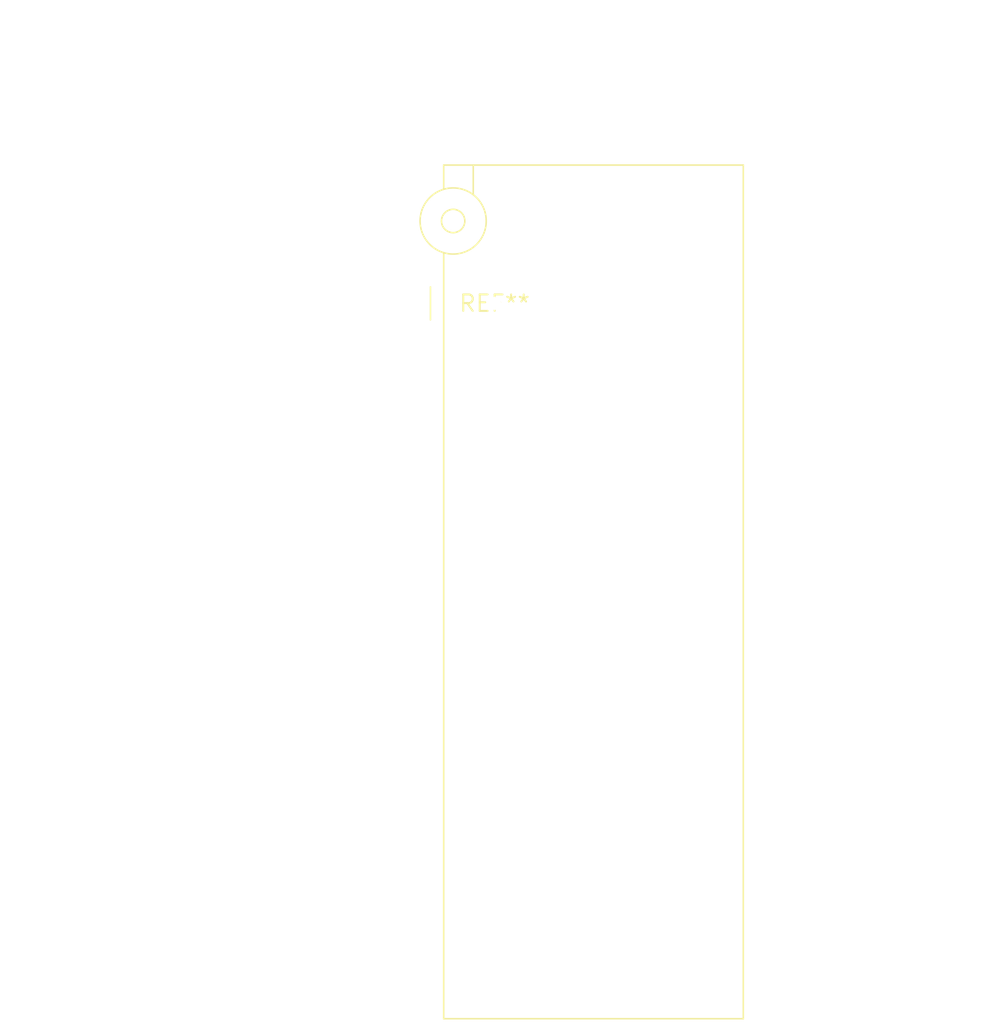
<source format=kicad_pcb>
(kicad_pcb (version 20240108) (generator pcbnew)
  (layers (0 "F.Cu" signal) (31 "B.Cu" signal) (34 "B.Paste" user) (35 "F.Paste" user) (36 "B.SilkS" user "B.Silkscreen") (37 "F.SilkS" user "F.Silkscreen") (38 "B.Mask" user) (39 "F.Mask" user) (44 "Edge.Cuts" user))
  (net 0 "")
  (footprint "DIP_Socket-40_W11.9_W12.7_W15.24_W17.78_W18.5_3M_240-1280-00-0602J" (layer "F.Cu") (at 0 0)
    (property "Reference" "REF**")
    (property "Value" "DIP_Socket-40_W11.9_W12.7_W15.24_W17.78_W18.5_3M_240-1280-00-0602J")
    (fp_line (start -4.95 1.27) (end -4.95 -1.27) (layer "F.SilkS") (stroke (width 0.12)))
    (fp_line (start -3.93 -10.66) (end -3.93 -8.8) (layer "F.SilkS") (stroke (width 0.12)))
    (fp_line (start -3.93 -3.9) (end -3.93 55.14) (layer "F.SilkS") (stroke (width 0.12)))
    (fp_line (start -3.93 55.14) (end 19.17 55.14) (layer "F.SilkS") (stroke (width 0.12)))
    (fp_line (start -1.65 -10.66) (end -1.65 -8.4) (layer "F.SilkS") (stroke (width 0.12)))
    (fp_line (start 19.17 -10.66) (end -3.93 -10.66) (layer "F.SilkS") (stroke (width 0.12)))
    (fp_line (start 19.17 55.14) (end 19.17 -10.66) (layer "F.SilkS") (stroke (width 0.12)))
    (fp_circle (center -3.2 -6.35) (end -2.3 -6.35) (layer "F.SilkS") (stroke (width 0.12)) (fill none))
    (fp_circle (center -3.2 -6.35) (end -0.65 -6.35) (layer "F.SilkS") (stroke (width 0.12)) (fill none))
    (pad "1" thru_hole rect (at 0 0) (size 2 1.44) (drill 1) (layers *.Cu *.Mask) (remove_unused_layers))
    (pad "2" thru_hole oval (at 0 2.54) (size 2 1.44) (drill 1) (layers *.Cu *.Mask) (remove_unused_layers))
    (pad "3" thru_hole oval (at 0 5.08) (size 2 1.44) (drill 1) (layers *.Cu *.Mask) (remove_unused_layers))
    (pad "4" thru_hole oval (at 0 7.62) (size 2 1.44) (drill 1) (layers *.Cu *.Mask) (remove_unused_layers))
    (pad "5" thru_hole oval (at 0 10.16) (size 2 1.44) (drill 1) (layers *.Cu *.Mask) (remove_unused_layers))
    (pad "6" thru_hole oval (at 0 12.7) (size 2 1.44) (drill 1) (layers *.Cu *.Mask) (remove_unused_layers))
    (pad "7" thru_hole oval (at 0 15.24) (size 2 1.44) (drill 1) (layers *.Cu *.Mask) (remove_unused_layers))
    (pad "8" thru_hole oval (at 0 17.78) (size 2 1.44) (drill 1) (layers *.Cu *.Mask) (remove_unused_layers))
    (pad "9" thru_hole oval (at 0 20.32) (size 2 1.44) (drill 1) (layers *.Cu *.Mask) (remove_unused_layers))
    (pad "10" thru_hole oval (at 0 22.86) (size 2 1.44) (drill 1) (layers *.Cu *.Mask) (remove_unused_layers))
    (pad "11" thru_hole oval (at 0 25.4) (size 2 1.44) (drill 1) (layers *.Cu *.Mask) (remove_unused_layers))
    (pad "12" thru_hole oval (at 0 27.94) (size 2 1.44) (drill 1) (layers *.Cu *.Mask) (remove_unused_layers))
    (pad "13" thru_hole oval (at 0 30.48) (size 2 1.44) (drill 1) (layers *.Cu *.Mask) (remove_unused_layers))
    (pad "14" thru_hole oval (at 0 33.02) (size 2 1.44) (drill 1) (layers *.Cu *.Mask) (remove_unused_layers))
    (pad "15" thru_hole oval (at 0 35.56) (size 2 1.44) (drill 1) (layers *.Cu *.Mask) (remove_unused_layers))
    (pad "16" thru_hole oval (at 0 38.1) (size 2 1.44) (drill 1) (layers *.Cu *.Mask) (remove_unused_layers))
    (pad "17" thru_hole oval (at 0 40.64) (size 2 1.44) (drill 1) (layers *.Cu *.Mask) (remove_unused_layers))
    (pad "18" thru_hole oval (at 0 43.18) (size 2 1.44) (drill 1) (layers *.Cu *.Mask) (remove_unused_layers))
    (pad "19" thru_hole oval (at 0 45.72) (size 2 1.44) (drill 1) (layers *.Cu *.Mask) (remove_unused_layers))
    (pad "20" thru_hole oval (at 0 48.26) (size 2 1.44) (drill 1) (layers *.Cu *.Mask) (remove_unused_layers))
    (pad "21" thru_hole oval (at 15.24 48.26) (size 2 1.44) (drill 1) (layers *.Cu *.Mask) (remove_unused_layers))
    (pad "22" thru_hole oval (at 15.24 45.72) (size 2 1.44) (drill 1) (layers *.Cu *.Mask) (remove_unused_layers))
    (pad "23" thru_hole oval (at 15.24 43.18) (size 2 1.44) (drill 1) (layers *.Cu *.Mask) (remove_unused_layers))
    (pad "24" thru_hole oval (at 15.24 40.64) (size 2 1.44) (drill 1) (layers *.Cu *.Mask) (remove_unused_layers))
    (pad "25" thru_hole oval (at 15.24 38.1) (size 2 1.44) (drill 1) (layers *.Cu *.Mask) (remove_unused_layers))
    (pad "26" thru_hole oval (at 15.24 35.56) (size 2 1.44) (drill 1) (layers *.Cu *.Mask) (remove_unused_layers))
    (pad "27" thru_hole oval (at 15.24 33.02) (size 2 1.44) (drill 1) (layers *.Cu *.Mask) (remove_unused_layers))
    (pad "28" thru_hole oval (at 15.24 30.48) (size 2 1.44) (drill 1) (layers *.Cu *.Mask) (remove_unused_layers))
    (pad "29" thru_hole oval (at 15.24 27.94) (size 2 1.44) (drill 1) (layers *.Cu *.Mask) (remove_unused_layers))
    (pad "30" thru_hole oval (at 15.24 25.4) (size 2 1.44) (drill 1) (layers *.Cu *.Mask) (remove_unused_layers))
    (pad "31" thru_hole oval (at 15.24 22.86) (size 2 1.44) (drill 1) (layers *.Cu *.Mask) (remove_unused_layers))
    (pad "32" thru_hole oval (at 15.24 20.32) (size 2 1.44) (drill 1) (layers *.Cu *.Mask) (remove_unused_layers))
    (pad "33" thru_hole oval (at 15.24 17.78) (size 2 1.44) (drill 1) (layers *.Cu *.Mask) (remove_unused_layers))
    (pad "34" thru_hole oval (at 15.24 15.24) (size 2 1.44) (drill 1) (layers *.Cu *.Mask) (remove_unused_layers))
    (pad "35" thru_hole oval (at 15.24 12.7) (size 2 1.44) (drill 1) (layers *.Cu *.Mask) (remove_unused_layers))
    (pad "36" thru_hole oval (at 15.24 10.16) (size 2 1.44) (drill 1) (layers *.Cu *.Mask) (remove_unused_layers))
    (pad "37" thru_hole oval (at 15.24 7.62) (size 2 1.44) (drill 1) (layers *.Cu *.Mask) (remove_unused_layers))
    (pad "38" thru_hole oval (at 15.24 5.08) (size 2 1.44) (drill 1) (layers *.Cu *.Mask) (remove_unused_layers))
    (pad "39" thru_hole oval (at 15.24 2.54) (size 2 1.44) (drill 1) (layers *.Cu *.Mask) (remove_unused_layers))
    (pad "40" thru_hole oval (at 15.24 0) (size 2 1.44) (drill 1) (layers *.Cu *.Mask) (remove_unused_layers))
  )
)
</source>
